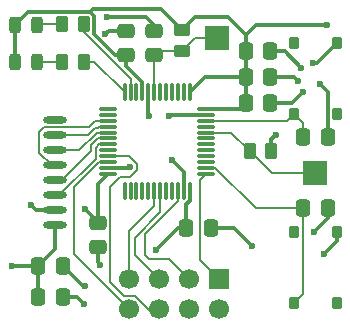
<source format=gbr>
%TF.GenerationSoftware,KiCad,Pcbnew,9.0.1*%
%TF.CreationDate,2025-08-08T13:51:02+02:00*%
%TF.ProjectId,remote,72656d6f-7465-42e6-9b69-6361645f7063,rev?*%
%TF.SameCoordinates,Original*%
%TF.FileFunction,Copper,L1,Top*%
%TF.FilePolarity,Positive*%
%FSLAX46Y46*%
G04 Gerber Fmt 4.6, Leading zero omitted, Abs format (unit mm)*
G04 Created by KiCad (PCBNEW 9.0.1) date 2025-08-08 13:51:02*
%MOMM*%
%LPD*%
G01*
G04 APERTURE LIST*
G04 Aperture macros list*
%AMRoundRect*
0 Rectangle with rounded corners*
0 $1 Rounding radius*
0 $2 $3 $4 $5 $6 $7 $8 $9 X,Y pos of 4 corners*
0 Add a 4 corners polygon primitive as box body*
4,1,4,$2,$3,$4,$5,$6,$7,$8,$9,$2,$3,0*
0 Add four circle primitives for the rounded corners*
1,1,$1+$1,$2,$3*
1,1,$1+$1,$4,$5*
1,1,$1+$1,$6,$7*
1,1,$1+$1,$8,$9*
0 Add four rect primitives between the rounded corners*
20,1,$1+$1,$2,$3,$4,$5,0*
20,1,$1+$1,$4,$5,$6,$7,0*
20,1,$1+$1,$6,$7,$8,$9,0*
20,1,$1+$1,$8,$9,$2,$3,0*%
G04 Aperture macros list end*
%TA.AperFunction,SMDPad,CuDef*%
%ADD10RoundRect,0.250000X-0.262500X-0.450000X0.262500X-0.450000X0.262500X0.450000X-0.262500X0.450000X0*%
%TD*%
%TA.AperFunction,SMDPad,CuDef*%
%ADD11RoundRect,0.243750X0.243750X0.456250X-0.243750X0.456250X-0.243750X-0.456250X0.243750X-0.456250X0*%
%TD*%
%TA.AperFunction,SMDPad,CuDef*%
%ADD12RoundRect,0.250000X0.475000X-0.337500X0.475000X0.337500X-0.475000X0.337500X-0.475000X-0.337500X0*%
%TD*%
%TA.AperFunction,SMDPad,CuDef*%
%ADD13RoundRect,0.250000X-0.337500X-0.475000X0.337500X-0.475000X0.337500X0.475000X-0.337500X0.475000X0*%
%TD*%
%TA.AperFunction,SMDPad,CuDef*%
%ADD14R,2.000000X2.000000*%
%TD*%
%TA.AperFunction,SMDPad,CuDef*%
%ADD15RoundRect,0.250000X0.337500X0.475000X-0.337500X0.475000X-0.337500X-0.475000X0.337500X-0.475000X0*%
%TD*%
%TA.AperFunction,ComponentPad*%
%ADD16R,1.700000X1.700000*%
%TD*%
%TA.AperFunction,ComponentPad*%
%ADD17C,1.700000*%
%TD*%
%TA.AperFunction,SMDPad,CuDef*%
%ADD18RoundRect,0.075000X-0.075000X0.662500X-0.075000X-0.662500X0.075000X-0.662500X0.075000X0.662500X0*%
%TD*%
%TA.AperFunction,SMDPad,CuDef*%
%ADD19RoundRect,0.075000X-0.662500X0.075000X-0.662500X-0.075000X0.662500X-0.075000X0.662500X0.075000X0*%
%TD*%
%TA.AperFunction,SMDPad,CuDef*%
%ADD20O,2.000000X0.600000*%
%TD*%
%TA.AperFunction,SMDPad,CuDef*%
%ADD21RoundRect,0.250000X-0.475000X0.337500X-0.475000X-0.337500X0.475000X-0.337500X0.475000X0.337500X0*%
%TD*%
%TA.AperFunction,SMDPad,CuDef*%
%ADD22RoundRect,0.120000X0.280000X-0.380000X0.280000X0.380000X-0.280000X0.380000X-0.280000X-0.380000X0*%
%TD*%
%TA.AperFunction,SMDPad,CuDef*%
%ADD23RoundRect,0.250000X-0.450000X0.262500X-0.450000X-0.262500X0.450000X-0.262500X0.450000X0.262500X0*%
%TD*%
%TA.AperFunction,ViaPad*%
%ADD24C,0.600000*%
%TD*%
%TA.AperFunction,Conductor*%
%ADD25C,0.300000*%
%TD*%
%TA.AperFunction,Conductor*%
%ADD26C,0.200000*%
%TD*%
G04 APERTURE END LIST*
D10*
%TO.P,R2,1*%
%TO.N,/BOOT*%
X125437500Y-113150000D03*
%TO.P,R2,2*%
%TO.N,GND*%
X127262500Y-113150000D03*
%TD*%
D11*
%TO.P,D1,1,K*%
%TO.N,Net-(D1-K)*%
X107450000Y-102460000D03*
%TO.P,D1,2,A*%
%TO.N,+3V3*%
X105575000Y-102460000D03*
%TD*%
D10*
%TO.P,R4,1*%
%TO.N,Net-(D2-K)*%
X109575000Y-105600000D03*
%TO.P,R4,2*%
%TO.N,/LED_GREEN*%
X111400000Y-105600000D03*
%TD*%
D12*
%TO.P,C8,1*%
%TO.N,/RESET*%
X117365000Y-105037500D03*
%TO.P,C8,2*%
%TO.N,GND*%
X117365000Y-102962500D03*
%TD*%
D13*
%TO.P,C7,1*%
%TO.N,+3V3*%
X107525000Y-125500000D03*
%TO.P,C7,2*%
%TO.N,GND*%
X109600000Y-125500000D03*
%TD*%
D11*
%TO.P,D2,1,K*%
%TO.N,Net-(D2-K)*%
X107450000Y-105645000D03*
%TO.P,D2,2,A*%
%TO.N,+3V3*%
X105575000Y-105645000D03*
%TD*%
D10*
%TO.P,R3,1*%
%TO.N,Net-(D1-K)*%
X109575000Y-102415000D03*
%TO.P,R3,2*%
%TO.N,/LED_RED*%
X111400000Y-102415000D03*
%TD*%
D14*
%TO.P,Reset1,1,1*%
%TO.N,/RESET*%
X122700000Y-103620000D03*
%TD*%
D15*
%TO.P,C9,1*%
%TO.N,GND*%
X132037500Y-118000000D03*
%TO.P,C9,2*%
%TO.N,/SW1*%
X129962500Y-118000000D03*
%TD*%
D16*
%TO.P,J1,1,Pin_1*%
%TO.N,/SWCLK*%
X122850000Y-124010000D03*
D17*
%TO.P,J1,2,Pin_2*%
%TO.N,+3V3*%
X122850000Y-126550000D03*
%TO.P,J1,3,Pin_3*%
%TO.N,/SWDIO*%
X120310000Y-124010000D03*
%TO.P,J1,4,Pin_4*%
%TO.N,GND*%
X120310000Y-126550000D03*
%TO.P,J1,5,Pin_5*%
%TO.N,/USART1_RX*%
X117770000Y-124010000D03*
%TO.P,J1,6,Pin_6*%
%TO.N,/SCL*%
X117770000Y-126550000D03*
%TO.P,J1,7,Pin_7*%
%TO.N,/USART1_TX*%
X115230000Y-124010000D03*
%TO.P,J1,8,Pin_8*%
%TO.N,/SDA*%
X115230000Y-126550000D03*
%TD*%
D12*
%TO.P,C4,1*%
%TO.N,+3V3*%
X115000000Y-105037500D03*
%TO.P,C4,2*%
%TO.N,GND*%
X115000000Y-102962500D03*
%TD*%
D13*
%TO.P,C3,1*%
%TO.N,+3V3*%
X125112500Y-106900000D03*
%TO.P,C3,2*%
%TO.N,GND*%
X127187500Y-106900000D03*
%TD*%
D14*
%TO.P,Boot1,1,1*%
%TO.N,/BOOT*%
X130950000Y-115050000D03*
%TD*%
D18*
%TO.P,U1,1,VDD*%
%TO.N,+3V3*%
X120350000Y-108187500D03*
%TO.P,U1,2,PC13*%
%TO.N,unconnected-(U1-PC13-Pad2)*%
X119850000Y-108187500D03*
%TO.P,U1,3,PC14*%
%TO.N,unconnected-(U1-PC14-Pad3)*%
X119350000Y-108187500D03*
%TO.P,U1,4,PC15*%
%TO.N,unconnected-(U1-PC15-Pad4)*%
X118850000Y-108187500D03*
%TO.P,U1,5,PH0*%
%TO.N,unconnected-(U1-PH0-Pad5)*%
X118350000Y-108187500D03*
%TO.P,U1,6,PH1*%
%TO.N,unconnected-(U1-PH1-Pad6)*%
X117850000Y-108187500D03*
%TO.P,U1,7,NRST*%
%TO.N,/RESET*%
X117350000Y-108187500D03*
%TO.P,U1,8,VSSA*%
%TO.N,GND*%
X116850000Y-108187500D03*
%TO.P,U1,9,VDDA*%
%TO.N,+3V3*%
X116350000Y-108187500D03*
%TO.P,U1,10,PA0*%
%TO.N,/ADC_V_EXT*%
X115850000Y-108187500D03*
%TO.P,U1,11,PA1*%
%TO.N,/LED_RED*%
X115350000Y-108187500D03*
%TO.P,U1,12,PA2*%
%TO.N,/LED_GREEN*%
X114850000Y-108187500D03*
D19*
%TO.P,U1,13,PA3*%
%TO.N,unconnected-(U1-PA3-Pad13)*%
X113437500Y-109600000D03*
%TO.P,U1,14,PA4*%
%TO.N,unconnected-(U1-PA4-Pad14)*%
X113437500Y-110100000D03*
%TO.P,U1,15,PA5*%
%TO.N,/SPI_SCK*%
X113437500Y-110600000D03*
%TO.P,U1,16,PA6*%
%TO.N,/SPI_MISO*%
X113437500Y-111100000D03*
%TO.P,U1,17,PA7*%
%TO.N,/SPI_MOSI*%
X113437500Y-111600000D03*
%TO.P,U1,18,PB0*%
%TO.N,/SPI_CSN*%
X113437500Y-112100000D03*
%TO.P,U1,19,PB1*%
%TO.N,/SPI_CE*%
X113437500Y-112600000D03*
%TO.P,U1,20,PB2*%
%TO.N,unconnected-(U1-PB2-Pad20)*%
X113437500Y-113100000D03*
%TO.P,U1,21,PB10*%
%TO.N,/SCL*%
X113437500Y-113600000D03*
%TO.P,U1,22,PB11*%
%TO.N,/SDA*%
X113437500Y-114100000D03*
%TO.P,U1,23,VSS*%
%TO.N,GND*%
X113437500Y-114600000D03*
%TO.P,U1,24,VDD*%
%TO.N,+3V3*%
X113437500Y-115100000D03*
D18*
%TO.P,U1,25,PB12*%
%TO.N,unconnected-(U1-PB12-Pad25)*%
X114850000Y-116512500D03*
%TO.P,U1,26,PB13*%
%TO.N,unconnected-(U1-PB13-Pad26)*%
X115350000Y-116512500D03*
%TO.P,U1,27,PB14*%
%TO.N,unconnected-(U1-PB14-Pad27)*%
X115850000Y-116512500D03*
%TO.P,U1,28,PB15*%
%TO.N,unconnected-(U1-PB15-Pad28)*%
X116350000Y-116512500D03*
%TO.P,U1,29,PA8*%
%TO.N,unconnected-(U1-PA8-Pad29)*%
X116850000Y-116512500D03*
%TO.P,U1,30,PA9*%
%TO.N,/USART1_TX*%
X117350000Y-116512500D03*
%TO.P,U1,31,PA10*%
%TO.N,/USART1_RX*%
X117850000Y-116512500D03*
%TO.P,U1,32,PA11*%
%TO.N,unconnected-(U1-PA11-Pad32)*%
X118350000Y-116512500D03*
%TO.P,U1,33,PA12*%
%TO.N,unconnected-(U1-PA12-Pad33)*%
X118850000Y-116512500D03*
%TO.P,U1,34,PA13*%
%TO.N,/SWDIO*%
X119350000Y-116512500D03*
%TO.P,U1,35,VSS*%
%TO.N,GND*%
X119850000Y-116512500D03*
%TO.P,U1,36,VDDIO2*%
%TO.N,+3V3*%
X120350000Y-116512500D03*
D19*
%TO.P,U1,37,PA14*%
%TO.N,/SWCLK*%
X121762500Y-115100000D03*
%TO.P,U1,38,PA15*%
%TO.N,/SW1*%
X121762500Y-114600000D03*
%TO.P,U1,39,PB3*%
%TO.N,unconnected-(U1-PB3-Pad39)*%
X121762500Y-114100000D03*
%TO.P,U1,40,PB4*%
%TO.N,unconnected-(U1-PB4-Pad40)*%
X121762500Y-113600000D03*
%TO.P,U1,41,PB5*%
%TO.N,unconnected-(U1-PB5-Pad41)*%
X121762500Y-113100000D03*
%TO.P,U1,42,PB6*%
%TO.N,unconnected-(U1-PB6-Pad42)*%
X121762500Y-112600000D03*
%TO.P,U1,43,PB7*%
%TO.N,unconnected-(U1-PB7-Pad43)*%
X121762500Y-112100000D03*
%TO.P,U1,44,BOOT0*%
%TO.N,/BOOT*%
X121762500Y-111600000D03*
%TO.P,U1,45,PB8*%
%TO.N,unconnected-(U1-PB8-Pad45)*%
X121762500Y-111100000D03*
%TO.P,U1,46,PB9*%
%TO.N,/SW2*%
X121762500Y-110600000D03*
%TO.P,U1,47,VSS*%
%TO.N,GND*%
X121762500Y-110100000D03*
%TO.P,U1,48,VDD*%
%TO.N,+3V3*%
X121762500Y-109600000D03*
%TD*%
D20*
%TO.P,NRF1,1,VCC*%
%TO.N,+3V3*%
X108937500Y-119445000D03*
%TO.P,NRF1,2,GND*%
%TO.N,GND*%
X108937500Y-118175000D03*
%TO.P,NRF1,3,CE*%
%TO.N,/SPI_CE*%
X108937500Y-116905000D03*
%TO.P,NRF1,4,CSN*%
%TO.N,/SPI_CSN*%
X108937500Y-115635000D03*
%TO.P,NRF1,5,SCK*%
%TO.N,/SPI_SCK*%
X108937500Y-114365000D03*
%TO.P,NRF1,6,MOSI*%
%TO.N,/SPI_MOSI*%
X108937500Y-113095000D03*
%TO.P,NRF1,7,MISO*%
%TO.N,/SPI_MISO*%
X108937500Y-111825000D03*
%TO.P,NRF1,8,IRQ*%
%TO.N,unconnected-(NRF1-IRQ-Pad8)*%
X108937500Y-110555000D03*
%TD*%
D13*
%TO.P,C6,1*%
%TO.N,+3V3*%
X107525000Y-122900000D03*
%TO.P,C6,2*%
%TO.N,GND*%
X109600000Y-122900000D03*
%TD*%
D21*
%TO.P,C5,1*%
%TO.N,+3V3*%
X112550000Y-119237500D03*
%TO.P,C5,2*%
%TO.N,GND*%
X112550000Y-121312500D03*
%TD*%
D22*
%TO.P,SW1,1,1*%
%TO.N,/SW1*%
X129200000Y-126000000D03*
%TO.P,SW1,2,2*%
%TO.N,GND*%
X132800000Y-120000000D03*
%TO.P,SW1,3*%
%TO.N,N/C*%
X132800000Y-126000000D03*
%TO.P,SW1,4*%
X129200000Y-120000000D03*
%TD*%
D23*
%TO.P,R1,1*%
%TO.N,+3V3*%
X119700000Y-102887500D03*
%TO.P,R1,2*%
%TO.N,/RESET*%
X119700000Y-104712500D03*
%TD*%
D13*
%TO.P,C2,1*%
%TO.N,+3V3*%
X125112500Y-109100000D03*
%TO.P,C2,2*%
%TO.N,GND*%
X127187500Y-109100000D03*
%TD*%
%TO.P,C10,1*%
%TO.N,/SW2*%
X129962500Y-112000000D03*
%TO.P,C10,2*%
%TO.N,GND*%
X132037500Y-112000000D03*
%TD*%
%TO.P,C11,1*%
%TO.N,+3V3*%
X125112500Y-104700000D03*
%TO.P,C11,2*%
%TO.N,GND*%
X127187500Y-104700000D03*
%TD*%
%TO.P,C1,1*%
%TO.N,+3V3*%
X120062500Y-119650000D03*
%TO.P,C1,2*%
%TO.N,GND*%
X122137500Y-119650000D03*
%TD*%
D22*
%TO.P,SW2,1,1*%
%TO.N,/SW2*%
X129200000Y-110000000D03*
%TO.P,SW2,2,2*%
%TO.N,GND*%
X132800000Y-104000000D03*
%TO.P,SW2,3*%
%TO.N,N/C*%
X132800000Y-110000000D03*
%TO.P,SW2,4*%
X129200000Y-104000000D03*
%TD*%
D24*
%TO.N,GND*%
X129800000Y-106100000D03*
%TO.N,+3V3*%
X117500000Y-121500000D03*
X111500000Y-118100000D03*
%TO.N,GND*%
X106900000Y-117700000D03*
X130800000Y-105700000D03*
%TO.N,+3V3*%
X132000000Y-102500000D03*
%TO.N,GND*%
X131400000Y-107500000D03*
%TO.N,+3V3*%
X105300000Y-122900000D03*
%TO.N,GND*%
X111400000Y-126100000D03*
X111500000Y-124600000D03*
X113350000Y-101800000D03*
X113200000Y-103275000D03*
X115300000Y-114500000D03*
X112750000Y-122775000D03*
X129975000Y-108125000D03*
X130850000Y-120025000D03*
X118875000Y-113950000D03*
X116900000Y-110200000D03*
X131750000Y-121850000D03*
X125650000Y-121175000D03*
X127650000Y-111775000D03*
X118575000Y-110225000D03*
X129500000Y-107225000D03*
%TD*%
D25*
%TO.N,GND*%
X128400000Y-104700000D02*
X129800000Y-106100000D01*
X127187500Y-104700000D02*
X128400000Y-104700000D01*
%TO.N,+3V3*%
X119350000Y-119650000D02*
X117500000Y-121500000D01*
X120062500Y-119650000D02*
X119350000Y-119650000D01*
X112550000Y-119150000D02*
X111500000Y-118100000D01*
X112550000Y-119237500D02*
X112550000Y-119150000D01*
D26*
%TO.N,/SDA*%
X110600000Y-121920000D02*
X115230000Y-126550000D01*
X112666176Y-114100000D02*
X110600000Y-116166176D01*
X110600000Y-116166176D02*
X110600000Y-121920000D01*
X113437500Y-114100000D02*
X112666176Y-114100000D01*
D25*
%TO.N,GND*%
X107375000Y-118175000D02*
X106900000Y-117700000D01*
X108937500Y-118175000D02*
X107375000Y-118175000D01*
X131100000Y-105700000D02*
X130800000Y-105700000D01*
X132800000Y-104000000D02*
X131100000Y-105700000D01*
%TO.N,+3V3*%
X125943000Y-102500000D02*
X132000000Y-102500000D01*
X125112500Y-103330500D02*
X125943000Y-102500000D01*
%TO.N,GND*%
X132037500Y-108137500D02*
X131400000Y-107500000D01*
X132037500Y-112000000D02*
X132037500Y-108137500D01*
%TO.N,+3V3*%
X117961500Y-101149000D02*
X112133370Y-101149000D01*
X119700000Y-102887500D02*
X117961500Y-101149000D01*
X112133370Y-101149000D02*
X111918370Y-101364000D01*
X106671000Y-101364000D02*
X105575000Y-102460000D01*
X112263500Y-103259154D02*
X112263500Y-101709130D01*
X112263500Y-101709130D02*
X111918370Y-101364000D01*
X111918370Y-101364000D02*
X106671000Y-101364000D01*
X114041846Y-105037500D02*
X112263500Y-103259154D01*
X115000000Y-105037500D02*
X114041846Y-105037500D01*
%TO.N,GND*%
X116850000Y-110150000D02*
X116900000Y-110200000D01*
X116850000Y-108187500D02*
X116850000Y-110150000D01*
%TO.N,+3V3*%
X120787500Y-101800000D02*
X119700000Y-102887500D01*
X123582000Y-101800000D02*
X120787500Y-101800000D01*
X125112500Y-104700000D02*
X125112500Y-103330500D01*
X125112500Y-103330500D02*
X123582000Y-101800000D01*
%TO.N,GND*%
X108937500Y-118175000D02*
X109675000Y-118175000D01*
X115200000Y-114600000D02*
X115300000Y-114500000D01*
X113437500Y-114600000D02*
X115200000Y-114600000D01*
%TO.N,+3V3*%
X105300000Y-122900000D02*
X105500000Y-122900000D01*
X107525000Y-122900000D02*
X105300000Y-122900000D01*
D26*
%TO.N,/SWDIO*%
X116599000Y-120168100D02*
X119350000Y-117417100D01*
X116599000Y-121948943D02*
X116599000Y-120168100D01*
X116951057Y-122301000D02*
X116599000Y-121948943D01*
X119350000Y-117417100D02*
X119350000Y-116512500D01*
X120310000Y-124010000D02*
X118601000Y-122301000D01*
X118601000Y-122301000D02*
X116951057Y-122301000D01*
%TO.N,/USART1_RX*%
X117850000Y-118350000D02*
X117850000Y-116512500D01*
X115700000Y-120500000D02*
X117850000Y-118350000D01*
X117770000Y-124010000D02*
X115700000Y-121940000D01*
X115700000Y-121940000D02*
X115700000Y-120500000D01*
%TO.N,/USART1_TX*%
X117350000Y-117850000D02*
X117350000Y-116512500D01*
X115230000Y-119970000D02*
X117350000Y-117850000D01*
X115230000Y-124010000D02*
X115230000Y-119970000D01*
X115300000Y-123940000D02*
X115230000Y-124010000D01*
%TO.N,/SPI_SCK*%
X107636500Y-111576058D02*
X108056558Y-111156000D01*
X111810876Y-111156000D02*
X112366876Y-110600000D01*
X107636500Y-113343942D02*
X107636500Y-111576058D01*
X108657558Y-114365000D02*
X107636500Y-113343942D01*
X108937500Y-114365000D02*
X108657558Y-114365000D01*
X108056558Y-111156000D02*
X111810876Y-111156000D01*
X112366876Y-110600000D02*
X113437500Y-110600000D01*
%TO.N,/SPI_MISO*%
X112617176Y-111149000D02*
X113388500Y-111149000D01*
X112567176Y-111199000D02*
X112617176Y-111149000D01*
X112334976Y-111199000D02*
X112567176Y-111199000D01*
X108937500Y-111825000D02*
X111708976Y-111825000D01*
X111708976Y-111825000D02*
X112334976Y-111199000D01*
X113388500Y-111149000D02*
X113437500Y-111100000D01*
%TO.N,/SPI_MOSI*%
X112501076Y-111600000D02*
X113437500Y-111600000D01*
X111006076Y-113095000D02*
X112501076Y-111600000D01*
X108937500Y-113095000D02*
X111006076Y-113095000D01*
%TO.N,/SPI_CSN*%
X112568176Y-112100000D02*
X113437500Y-112100000D01*
X109537500Y-115635000D02*
X111998000Y-113174500D01*
X111998000Y-113174500D02*
X111998000Y-112670176D01*
X108937500Y-115635000D02*
X109537500Y-115635000D01*
X111998000Y-112670176D02*
X112568176Y-112100000D01*
%TO.N,/SPI_CE*%
X112666176Y-112600000D02*
X113437500Y-112600000D01*
X112399000Y-113800076D02*
X112399000Y-112867176D01*
X109294076Y-116905000D02*
X112399000Y-113800076D01*
X112399000Y-112867176D02*
X112666176Y-112600000D01*
X108937500Y-116905000D02*
X109294076Y-116905000D01*
D25*
%TO.N,+3V3*%
X108937500Y-121487500D02*
X107525000Y-122900000D01*
X108937500Y-119445000D02*
X108937500Y-121487500D01*
%TO.N,GND*%
X110800000Y-125500000D02*
X111400000Y-126100000D01*
X109600000Y-125500000D02*
X110800000Y-125500000D01*
X111300000Y-124600000D02*
X111500000Y-124600000D01*
X109600000Y-122900000D02*
X111300000Y-124600000D01*
%TO.N,+3V3*%
X107525000Y-122900000D02*
X107525000Y-125500000D01*
D26*
%TO.N,/SCL*%
X114753240Y-125399000D02*
X115706760Y-125399000D01*
X115317119Y-115332824D02*
X114476000Y-115332824D01*
X113624310Y-124270070D02*
X114753240Y-125399000D01*
X115249942Y-113599999D02*
X115901000Y-114251057D01*
X115901000Y-114748943D02*
X115317119Y-115332824D01*
X115706760Y-125399000D02*
X117200000Y-126892240D01*
X113624310Y-116184514D02*
X113624310Y-124270070D01*
X113437500Y-113599999D02*
X115249942Y-113599999D01*
X115901000Y-114251057D02*
X115901000Y-114748943D01*
X114476000Y-115332824D02*
X113624310Y-116184514D01*
%TO.N,/SWCLK*%
X121249000Y-115613500D02*
X121762500Y-115100000D01*
X121249000Y-122409000D02*
X121249000Y-115613500D01*
X122850000Y-124010000D02*
X121249000Y-122409000D01*
D25*
%TO.N,GND*%
X116600000Y-101800000D02*
X116625000Y-101775000D01*
X124125000Y-119650000D02*
X125650000Y-121175000D01*
X118700000Y-110100000D02*
X118575000Y-110225000D01*
X122137500Y-119650000D02*
X124125000Y-119650000D01*
X116625000Y-101775000D02*
X117365000Y-102515000D01*
X117365000Y-102515000D02*
X117365000Y-102962500D01*
X127187500Y-109100000D02*
X129000000Y-109100000D01*
X112550000Y-121312500D02*
X112550000Y-122575000D01*
X129000000Y-109100000D02*
X129975000Y-108125000D01*
X127262500Y-113150000D02*
X127262500Y-112162500D01*
X113350000Y-101800000D02*
X116600000Y-101800000D01*
X129175000Y-106900000D02*
X129500000Y-107225000D01*
X132037500Y-118000000D02*
X132037500Y-118837500D01*
X119850000Y-116512500D02*
X119850000Y-114925000D01*
X127262500Y-112162500D02*
X127650000Y-111775000D01*
X115000000Y-102962500D02*
X113512500Y-102962500D01*
X121762500Y-110100000D02*
X118700000Y-110100000D01*
X112550000Y-122575000D02*
X112750000Y-122775000D01*
X127187500Y-106900000D02*
X129175000Y-106900000D01*
X132800000Y-120000000D02*
X132800000Y-120800000D01*
X119850000Y-114925000D02*
X118875000Y-113950000D01*
X131625000Y-121975000D02*
X131750000Y-121850000D01*
X113512500Y-102962500D02*
X113200000Y-103275000D01*
X132800000Y-120800000D02*
X131750000Y-121850000D01*
X132037500Y-118837500D02*
X130850000Y-120025000D01*
%TO.N,+3V3*%
X125112500Y-104700000D02*
X125112500Y-103362500D01*
X112550000Y-115987500D02*
X113437500Y-115100000D01*
X112550000Y-119237500D02*
X112550000Y-115987500D01*
X116350001Y-107299999D02*
X115000000Y-105949998D01*
X124612500Y-109600000D02*
X125112500Y-109100000D01*
X121637500Y-106900000D02*
X125112500Y-106900000D01*
X125112500Y-106900000D02*
X125112500Y-104700000D01*
X120062500Y-117687500D02*
X120062500Y-119650000D01*
X120350000Y-116512500D02*
X120350000Y-117400000D01*
X120350000Y-117400000D02*
X120062500Y-117687500D01*
X121762500Y-109600000D02*
X124612500Y-109600000D01*
X115000000Y-105949998D02*
X115000000Y-105037500D01*
X125112500Y-109100000D02*
X125112500Y-106900000D01*
X120350000Y-108187500D02*
X121637500Y-106900000D01*
X105575000Y-102460000D02*
X105575000Y-105645000D01*
X116350001Y-108187500D02*
X116350001Y-107299999D01*
D26*
%TO.N,/RESET*%
X117690000Y-104712500D02*
X117365000Y-105037500D01*
X117350000Y-105080000D02*
X117350000Y-108187500D01*
X117365000Y-105037500D02*
X117365000Y-105065000D01*
X120792500Y-103620000D02*
X119700000Y-104712500D01*
X122700000Y-103620000D02*
X120792500Y-103620000D01*
X117365000Y-105065000D02*
X117350000Y-105080000D01*
X119700000Y-104712500D02*
X117690000Y-104712500D01*
%TO.N,Net-(D1-K)*%
X109575000Y-102415000D02*
X107495000Y-102415000D01*
X107495000Y-102415000D02*
X107450000Y-102460000D01*
%TO.N,Net-(D2-K)*%
X107495000Y-105600000D02*
X107450000Y-105645000D01*
X109575000Y-105600000D02*
X107495000Y-105600000D01*
%TO.N,/BOOT*%
X123887500Y-111600000D02*
X121762500Y-111600000D01*
X130950000Y-115050000D02*
X127337500Y-115050000D01*
X125437500Y-113150000D02*
X123887500Y-111600000D01*
X127337500Y-115050000D02*
X125437500Y-113150000D01*
%TO.N,/USART1_RX*%
X117850000Y-123930000D02*
X117770000Y-124010000D01*
%TO.N,/LED_RED*%
X111400000Y-103115000D02*
X115350000Y-107065000D01*
X111400000Y-102415000D02*
X111400000Y-103115000D01*
X115350000Y-107065000D02*
X115350000Y-108187500D01*
%TO.N,/LED_GREEN*%
X111400000Y-105600000D02*
X112262500Y-105600000D01*
X112262500Y-105600000D02*
X114850000Y-108187500D01*
%TO.N,/SW1*%
X129962500Y-118000000D02*
X125933824Y-118000000D01*
X122533824Y-114600000D02*
X121762500Y-114600000D01*
X129962500Y-125237500D02*
X129200000Y-126000000D01*
X129962500Y-118000000D02*
X129962500Y-125237500D01*
X125933824Y-118000000D02*
X122533824Y-114600000D01*
%TO.N,/SW2*%
X129962500Y-112000000D02*
X129962500Y-110762500D01*
X129200000Y-110000000D02*
X128600000Y-110600000D01*
X129962500Y-110762500D02*
X129200000Y-110000000D01*
X128600000Y-110600000D02*
X121762500Y-110600000D01*
%TD*%
M02*

</source>
